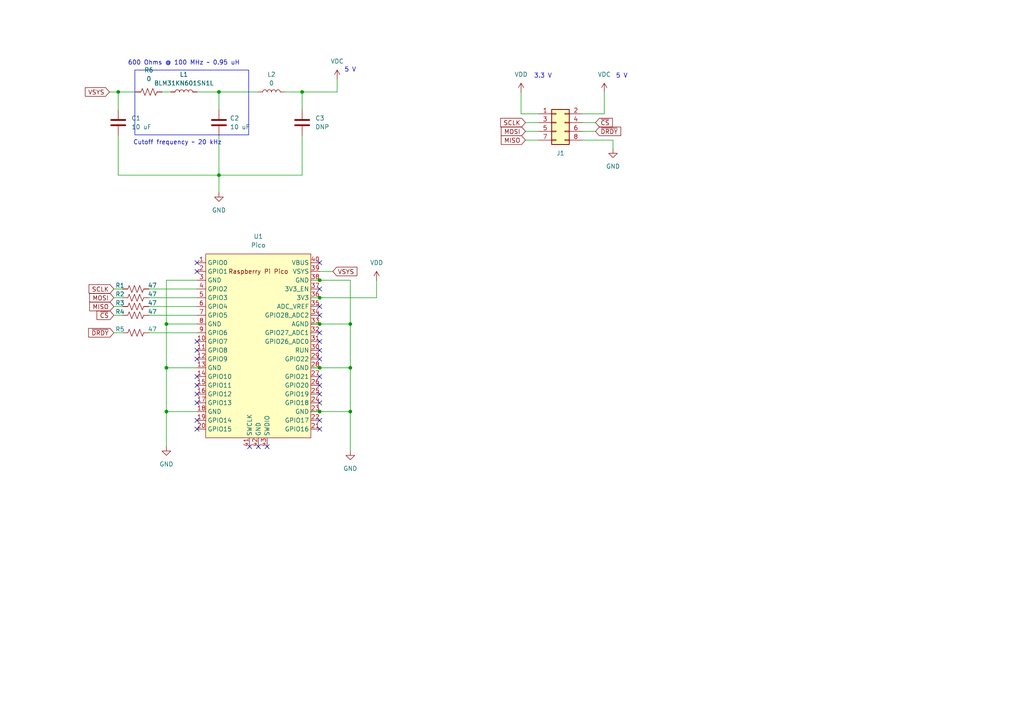
<source format=kicad_sch>
(kicad_sch (version 20231120) (generator "eeschema") (generator_version "8.0")
  (paper "A4")
  (lib_symbols
    (symbol "Connector_Generic:Conn_02x04_Odd_Even" (pin_names (offset 1.016) hide)
      (property "Reference" "J" (at 1.27 5.08 0))
      (property "Value" "Conn_02x04_Odd_Even" (at 1.27 -7.62 0))
      (symbol "Conn_02x04_Odd_Even_1_1"
        (rectangle (start -1.27 -4.953) (end 0 -5.207) (stroke (width 0.1524)))
        (rectangle (start -1.27 -2.413) (end 0 -2.667) (stroke (width 0.1524)))
        (rectangle (start -1.27 0.127) (end 0 -0.127) (stroke (width 0.1524)))
        (rectangle (start -1.27 2.667) (end 0 2.413) (stroke (width 0.1524)))
        (rectangle (start -1.27 3.81) (end 3.81 -6.35) (stroke (width 0.254)) (fill (type background)))
        (rectangle (start 3.81 -4.953) (end 2.54 -5.207) (stroke (width 0.1524)))
        (rectangle (start 3.81 -2.413) (end 2.54 -2.667) (stroke (width 0.1524)))
        (rectangle (start 3.81 0.127) (end 2.54 -0.127) (stroke (width 0.1524)))
        (rectangle (start 3.81 2.667) (end 2.54 2.413) (stroke (width 0.1524)))
        (pin passive line (at -5.08 2.54 0) (length 3.81) (name "Pin_1") (number "1"))
        (pin passive line (at 7.62 2.54 180) (length 3.81) (name "Pin_2") (number "2"))
        (pin passive line (at -5.08 0 0) (length 3.81) (name "Pin_3") (number "3"))
        (pin passive line (at 7.62 0 180) (length 3.81) (name "Pin_4") (number "4"))
        (pin passive line (at -5.08 -2.54 0) (length 3.81) (name "Pin_5") (number "5"))
        (pin passive line (at 7.62 -2.54 180) (length 3.81) (name "Pin_6") (number "6"))
        (pin passive line (at -5.08 -5.08 0) (length 3.81) (name "Pin_7") (number "7"))
        (pin passive line (at 7.62 -5.08 180) (length 3.81) (name "Pin_8") (number "8"))
      )
    )
    (symbol "Device:C" (pin_numbers hide) (pin_names (offset 0.254))
      (property "Reference" "C" (at 0.635 2.54 0))
      (property "Value" "C" (at 0.635 -2.54 0))
      (symbol "C_0_1"
        (polyline (pts (xy -2.032 -0.762) (xy 2.032 -0.762)) (stroke (width 0.508)))
        (polyline (pts (xy -2.032 0.762) (xy 2.032 0.762)) (stroke (width 0.508)))
      )
      (symbol "C_1_1"
        (pin passive line (at 0 3.81 270) (length 2.794) (name "~") (number "1"))
        (pin passive line (at 0 -3.81 90) (length 2.794) (name "~") (number "2"))
      )
    )
    (symbol "Device:L" (pin_numbers hide) (pin_names (offset 1.016) hide)
      (property "Reference" "L" (at -1.27 0 90))
      (property "Value" "L" (at 1.905 0 90))
      (symbol "L_0_1"
        (arc (start 0 -2.54) (mid 0.6323 -1.905) (end 0 -1.27))
        (arc (start 0 -1.27) (mid 0.6323 -0.635) (end 0 0))
        (arc (start 0 0) (mid 0.6323 0.635) (end 0 1.27))
        (arc (start 0 1.27) (mid 0.6323 1.905) (end 0 2.54))
      )
      (symbol "L_1_1"
        (pin passive line (at 0 3.81 270) (length 1.27) (name "1") (number "1"))
        (pin passive line (at 0 -3.81 90) (length 1.27) (name "2") (number "2"))
      )
    )
    (symbol "Device:R_US" (pin_numbers hide) (pin_names (offset 0))
      (property "Reference" "R" (at 2.54 0 90))
      (property "Value" "R_US" (at -2.54 0 90))
      (symbol "R_US_0_1"
        (polyline (pts (xy 0 -2.286) (xy 0 -2.54)))
        (polyline (pts (xy 0 2.286) (xy 0 2.54)))
        (polyline (pts (xy 0 -0.762) (xy 1.016 -1.143) (xy 0 -1.524) (xy -1.016 -1.905) (xy 0 -2.286)))
        (polyline (pts (xy 0 0.762) (xy 1.016 0.381) (xy 0 0) (xy -1.016 -0.381) (xy 0 -0.762)))
        (polyline (pts (xy 0 2.286) (xy 1.016 1.905) (xy 0 1.524) (xy -1.016 1.143) (xy 0 0.762)))
      )
      (symbol "R_US_1_1"
        (pin passive line (at 0 3.81 270) (length 1.27) (name "~") (number "1"))
        (pin passive line (at 0 -3.81 90) (length 1.27) (name "~") (number "2"))
      )
    )
    (symbol "flux_gate_symbols:Pico"
      (property "Reference" "U" (at -13.97 27.94 0))
      (property "Value" "Pico" (at 0 19.05 0))
      (symbol "Pico_0_0"
        (text "Raspberry Pi Pico" (at 0 21.59 0) (effects (font (size 1.27 1.27))))
      )
      (symbol "Pico_0_1"
        (rectangle (start -15.24 26.67) (end 15.24 -26.67) (fill (type background)))
      )
      (symbol "Pico_1_1"
        (pin bidirectional line (at -17.78 24.13 0) (length 2.54) (name "GPIO0") (number "1"))
        (pin bidirectional line (at -17.78 1.27 0) (length 2.54) (name "GPIO7") (number "10"))
        (pin bidirectional line (at -17.78 -1.27 0) (length 2.54) (name "GPIO8") (number "11"))
        (pin bidirectional line (at -17.78 -3.81 0) (length 2.54) (name "GPIO9") (number "12"))
        (pin power_in line (at -17.78 -6.35 0) (length 2.54) (name "GND") (number "13"))
        (pin bidirectional line (at -17.78 -8.89 0) (length 2.54) (name "GPIO10") (number "14"))
        (pin bidirectional line (at -17.78 -11.43 0) (length 2.54) (name "GPIO11") (number "15"))
        (pin bidirectional line (at -17.78 -13.97 0) (length 2.54) (name "GPIO12") (number "16"))
        (pin bidirectional line (at -17.78 -16.51 0) (length 2.54) (name "GPIO13") (number "17"))
        (pin power_in line (at -17.78 -19.05 0) (length 2.54) (name "GND") (number "18"))
        (pin bidirectional line (at -17.78 -21.59 0) (length 2.54) (name "GPIO14") (number "19"))
        (pin bidirectional line (at -17.78 21.59 0) (length 2.54) (name "GPIO1") (number "2"))
        (pin bidirectional line (at -17.78 -24.13 0) (length 2.54) (name "GPIO15") (number "20"))
        (pin bidirectional line (at 17.78 -24.13 180) (length 2.54) (name "GPIO16") (number "21"))
        (pin bidirectional line (at 17.78 -21.59 180) (length 2.54) (name "GPIO17") (number "22"))
        (pin power_in line (at 17.78 -19.05 180) (length 2.54) (name "GND") (number "23"))
        (pin bidirectional line (at 17.78 -16.51 180) (length 2.54) (name "GPIO18") (number "24"))
        (pin bidirectional line (at 17.78 -13.97 180) (length 2.54) (name "GPIO19") (number "25"))
        (pin bidirectional line (at 17.78 -11.43 180) (length 2.54) (name "GPIO20") (number "26"))
        (pin bidirectional line (at 17.78 -8.89 180) (length 2.54) (name "GPIO21") (number "27"))
        (pin power_in line (at 17.78 -6.35 180) (length 2.54) (name "GND") (number "28"))
        (pin bidirectional line (at 17.78 -3.81 180) (length 2.54) (name "GPIO22") (number "29"))
        (pin power_in line (at -17.78 19.05 0) (length 2.54) (name "GND") (number "3"))
        (pin input line (at 17.78 -1.27 180) (length 2.54) (name "RUN") (number "30"))
        (pin bidirectional line (at 17.78 1.27 180) (length 2.54) (name "GPIO26_ADC0") (number "31"))
        (pin bidirectional line (at 17.78 3.81 180) (length 2.54) (name "GPIO27_ADC1") (number "32"))
        (pin power_in line (at 17.78 6.35 180) (length 2.54) (name "AGND") (number "33"))
        (pin bidirectional line (at 17.78 8.89 180) (length 2.54) (name "GPIO28_ADC2") (number "34"))
        (pin power_in line (at 17.78 11.43 180) (length 2.54) (name "ADC_VREF") (number "35"))
        (pin power_in line (at 17.78 13.97 180) (length 2.54) (name "3V3") (number "36"))
        (pin input line (at 17.78 16.51 180) (length 2.54) (name "3V3_EN") (number "37"))
        (pin bidirectional line (at 17.78 19.05 180) (length 2.54) (name "GND") (number "38"))
        (pin power_in line (at 17.78 21.59 180) (length 2.54) (name "VSYS") (number "39"))
        (pin bidirectional line (at -17.78 16.51 0) (length 2.54) (name "GPIO2") (number "4"))
        (pin power_in line (at 17.78 24.13 180) (length 2.54) (name "VBUS") (number "40"))
        (pin input line (at -2.54 -29.21 90) (length 2.54) (name "SWCLK") (number "41"))
        (pin power_in line (at 0 -29.21 90) (length 2.54) (name "GND") (number "42"))
        (pin bidirectional line (at 2.54 -29.21 90) (length 2.54) (name "SWDIO") (number "43"))
        (pin bidirectional line (at -17.78 13.97 0) (length 2.54) (name "GPIO3") (number "5"))
        (pin bidirectional line (at -17.78 11.43 0) (length 2.54) (name "GPIO4") (number "6"))
        (pin bidirectional line (at -17.78 8.89 0) (length 2.54) (name "GPIO5") (number "7"))
        (pin power_in line (at -17.78 6.35 0) (length 2.54) (name "GND") (number "8"))
        (pin bidirectional line (at -17.78 3.81 0) (length 2.54) (name "GPIO6") (number "9"))
      )
    )
    (symbol "power:GND" (power) (pin_names (offset 0))
      (property "Value" "GND" (at 0 -3.81 0))
      (symbol "GND_0_1"
        (polyline (pts (xy 0 0) (xy 0 -1.27) (xy 1.27 -1.27) (xy 0 -2.54) (xy -1.27 -1.27) (xy 0 -1.27)))
      )
      (symbol "GND_1_1"
        (pin power_in line (at 0 0 270) (length 0) hide (name "GND") (number "1"))
      )
    )
    (symbol "power:VDC" (power) (pin_numbers hide) (pin_names (offset 0) hide)
      (property "Value" "VDC" (at 0 3.556 0))
      (symbol "VDC_0_1"
        (polyline (pts (xy -0.762 1.27) (xy 0 2.54)))
        (polyline (pts (xy 0 0) (xy 0 2.54)))
        (polyline (pts (xy 0 2.54) (xy 0.762 1.27)))
      )
      (symbol "VDC_1_1"
        (pin power_in line (at 0 0 90) (length 0) (name "~") (number "1"))
      )
    )
    (symbol "power:VDD" (power) (pin_numbers hide) (pin_names (offset 0) hide)
      (property "Value" "VDD" (at 0 3.556 0))
      (symbol "VDD_0_1"
        (polyline (pts (xy -0.762 1.27) (xy 0 2.54)))
        (polyline (pts (xy 0 0) (xy 0 2.54)))
        (polyline (pts (xy 0 2.54) (xy 0.762 1.27)))
      )
      (symbol "VDD_1_1"
        (pin power_in line (at 0 0 90) (length 0) (name "~") (number "1"))
      )
    )
  )
  (junction (at 34.29 26.67))
  (junction (at 48.26 93.98))
  (junction (at 92.71 119.38))
  (junction (at 101.6 93.98))
  (junction (at 48.26 119.38))
  (junction (at 92.71 81.28))
  (junction (at 101.6 106.68))
  (junction (at 48.26 106.68))
  (junction (at 92.71 93.98))
  (junction (at 63.5 50.8))
  (junction (at 92.71 86.36))
  (junction (at 87.63 26.67))
  (junction (at 92.71 106.68))
  (junction (at 101.6 119.38))
  (junction (at 63.5 26.67))
  (no_connect (at 92.71 83.82))
  (no_connect (at 57.15 124.46))
  (no_connect (at 92.71 111.76))
  (no_connect (at 92.71 99.06))
  (no_connect (at 57.15 76.2))
  (no_connect (at 92.71 121.92))
  (no_connect (at 92.71 104.14))
  (no_connect (at 92.71 114.3))
  (no_connect (at 92.71 91.44))
  (no_connect (at 57.15 99.06))
  (no_connect (at 57.15 109.22))
  (no_connect (at 92.71 96.52))
  (no_connect (at 92.71 116.84))
  (no_connect (at 57.15 78.74))
  (no_connect (at 57.15 116.84))
  (no_connect (at 57.15 114.3))
  (no_connect (at 92.71 124.46))
  (no_connect (at 92.71 76.2))
  (no_connect (at 74.93 129.54))
  (no_connect (at 92.71 101.6))
  (no_connect (at 57.15 101.6))
  (no_connect (at 57.15 121.92))
  (no_connect (at 92.71 88.9))
  (no_connect (at 92.71 109.22))
  (no_connect (at 57.15 104.14))
  (no_connect (at 57.15 111.76))
  (no_connect (at 72.39 129.54))
  (no_connect (at 77.47 129.54))
  (wire (pts (xy 48.26 119.38) (xy 48.26 129.54)))
  (wire (pts (xy 82.55 26.67) (xy 87.63 26.67)))
  (wire (pts (xy 43.18 91.44) (xy 57.15 91.44)))
  (wire (pts (xy 34.29 39.37) (xy 34.29 50.8)))
  (wire (pts (xy 109.22 86.36) (xy 109.22 81.28)))
  (wire (pts (xy 48.26 93.98) (xy 48.26 106.68)))
  (wire (pts (xy 63.5 50.8) (xy 63.5 55.88)))
  (wire (pts (xy 57.15 93.98) (xy 48.26 93.98)))
  (wire (pts (xy 33.02 86.36) (xy 35.56 86.36)))
  (wire (pts (xy 90.17 119.38) (xy 92.71 119.38)))
  (wire (pts (xy 48.26 81.28) (xy 48.26 93.98)))
  (wire (pts (xy 90.17 86.36) (xy 92.71 86.36)))
  (wire (pts (xy 101.6 93.98) (xy 101.6 106.68)))
  (wire (pts (xy 96.52 78.74) (xy 92.71 78.74)))
  (wire (pts (xy 34.29 31.75) (xy 34.29 26.67)))
  (wire (pts (xy 63.5 39.37) (xy 63.5 50.8)))
  (wire (pts (xy 33.02 83.82) (xy 35.56 83.82)))
  (wire (pts (xy 90.17 106.68) (xy 92.71 106.68)))
  (wire (pts (xy 152.4 35.56) (xy 156.21 35.56)))
  (wire (pts (xy 168.91 38.1) (xy 172.72 38.1)))
  (wire (pts (xy 177.8 43.18) (xy 177.8 40.64)))
  (wire (pts (xy 43.18 83.82) (xy 57.15 83.82)))
  (wire (pts (xy 97.79 22.86) (xy 97.79 26.67)))
  (wire (pts (xy 90.17 81.28) (xy 92.71 81.28)))
  (wire (pts (xy 63.5 26.67) (xy 74.93 26.67)))
  (wire (pts (xy 31.75 26.67) (xy 34.29 26.67)))
  (wire (pts (xy 43.18 86.36) (xy 57.15 86.36)))
  (wire (pts (xy 168.91 40.64) (xy 177.8 40.64)))
  (wire (pts (xy 101.6 106.68) (xy 101.6 119.38)))
  (wire (pts (xy 175.26 26.67) (xy 175.26 33.02)))
  (wire (pts (xy 33.02 91.44) (xy 35.56 91.44)))
  (wire (pts (xy 87.63 26.67) (xy 97.79 26.67)))
  (wire (pts (xy 33.02 88.9) (xy 35.56 88.9)))
  (wire (pts (xy 101.6 119.38) (xy 101.6 130.81)))
  (wire (pts (xy 57.15 26.67) (xy 63.5 26.67)))
  (wire (pts (xy 43.18 88.9) (xy 57.15 88.9)))
  (wire (pts (xy 92.71 106.68) (xy 101.6 106.68)))
  (wire (pts (xy 63.5 26.67) (xy 63.5 31.75)))
  (wire (pts (xy 48.26 106.68) (xy 48.26 119.38)))
  (wire (pts (xy 57.15 119.38) (xy 48.26 119.38)))
  (wire (pts (xy 87.63 39.37) (xy 87.63 50.8)))
  (wire (pts (xy 92.71 119.38) (xy 101.6 119.38)))
  (wire (pts (xy 46.99 26.67) (xy 49.53 26.67)))
  (wire (pts (xy 168.91 35.56) (xy 172.72 35.56)))
  (wire (pts (xy 101.6 81.28) (xy 101.6 93.98)))
  (wire (pts (xy 33.02 96.52) (xy 35.56 96.52)))
  (wire (pts (xy 48.26 81.28) (xy 57.15 81.28)))
  (wire (pts (xy 34.29 26.67) (xy 39.37 26.67)))
  (wire (pts (xy 34.29 50.8) (xy 63.5 50.8)))
  (wire (pts (xy 57.15 106.68) (xy 48.26 106.68)))
  (wire (pts (xy 151.13 33.02) (xy 156.21 33.02)))
  (wire (pts (xy 63.5 50.8) (xy 87.63 50.8)))
  (wire (pts (xy 152.4 38.1) (xy 156.21 38.1)))
  (wire (pts (xy 92.71 93.98) (xy 101.6 93.98)))
  (wire (pts (xy 87.63 26.67) (xy 87.63 31.75)))
  (wire (pts (xy 168.91 33.02) (xy 175.26 33.02)))
  (wire (pts (xy 151.13 26.67) (xy 151.13 33.02)))
  (wire (pts (xy 90.17 93.98) (xy 92.71 93.98)))
  (wire (pts (xy 152.4 40.64) (xy 156.21 40.64)))
  (wire (pts (xy 43.18 96.52) (xy 57.15 96.52)))
  (wire (pts (xy 92.71 86.36) (xy 109.22 86.36)))
  (wire (pts (xy 92.71 81.28) (xy 101.6 81.28)))
  (rectangle (start 39.116 20.32) (end 72.136 39.116))
  (text "600 Ohms @ 100 MHz ~ 0.95 uH" (at 37.084 19.05 0) (effects (font (size 1.27 1.27)) (justify left bottom)))
  (text "Cutoff frequency ~ 20 kHz" (at 38.608 42.164 0) (effects (font (size 1.27 1.27)) (justify left bottom)))
  (text "5 V" (at 101.6 20.32 0) (effects (font (size 1.27 1.27))))
  (text "3.3 V" (at 157.48 22.098 0) (effects (font (size 1.27 1.27))))
  (text "5 V" (at 180.34 22.098 0) (effects (font (size 1.27 1.27))))
  (global_label "MISO" (shape input) (at 152.4 40.64 180) (property "Intersheetrefs" "${INTERSHEET_REFS}" (effects (hide yes))))
  (global_label "MISO" (shape input) (at 33.02 88.9 180) (property "Intersheetrefs" "${INTERSHEET_REFS}" (effects (hide yes))))
  (global_label "MOSI" (shape input) (at 33.02 86.36 180) (property "Intersheetrefs" "${INTERSHEET_REFS}" (effects (hide yes))))
  (global_label "MOSI" (shape input) (at 152.4 38.1 180) (property "Intersheetrefs" "${INTERSHEET_REFS}" (effects (hide yes))))
  (global_label "~{DRDY}" (shape input) (at 172.72 38.1 0) (property "Intersheetrefs" "${INTERSHEET_REFS}" (effects (hide yes))))
  (global_label "VSYS" (shape input) (at 31.75 26.67 180) (property "Intersheetrefs" "${INTERSHEET_REFS}" (effects (hide yes))))
  (global_label "VSYS" (shape input) (at 96.52 78.74 0) (property "Intersheetrefs" "${INTERSHEET_REFS}" (effects (hide yes))))
  (global_label "SCLK" (shape input) (at 33.02 83.82 180) (property "Intersheetrefs" "${INTERSHEET_REFS}" (effects (hide yes))))
  (global_label "SCLK" (shape input) (at 152.4 35.56 180) (property "Intersheetrefs" "${INTERSHEET_REFS}" (effects (hide yes))))
  (global_label "~{DRDY}" (shape input) (at 33.02 96.52 180) (property "Intersheetrefs" "${INTERSHEET_REFS}" (effects (hide yes))))
  (global_label "~{CS}" (shape input) (at 172.72 35.56 0) (property "Intersheetrefs" "${INTERSHEET_REFS}" (effects (hide yes))))
  (global_label "~{CS}" (shape input) (at 33.02 91.44 180) (property "Intersheetrefs" "${INTERSHEET_REFS}" (effects (hide yes))))
  (symbol (lib_id "power:GND") (at 48.26 129.54 0) (unit 1)
    (property "Reference" "#PWR01" (effects (hide yes)))
    (property "Value" "GND" (at 48.26 134.62 0))
  )
  (symbol (lib_id "Device:R_US") (at 39.37 83.82 90) (unit 1)
    (property "Reference" "R1" (at 34.798 82.804 90))
    (property "Value" "47" (at 44.196 82.804 90))
    (property "Footprint" "Resistor_SMD:R_0402_1005Metric" (effects (hide yes)))
    (property "Description" "Resistor, US symbol" (effects (hide yes)))
    (property "Digikey" "311-47.0LRCT-ND" (effects (hide yes)))
  )
  (symbol (lib_id "Connector_Generic:Conn_02x04_Odd_Even") (at 161.29 35.56 0) (unit 1)
    (property "Reference" "J1" (at 162.56 44.45 0))
    (property "Value" "Conn_02x04_Odd_Even" (effects (hide yes)))
    (property "Footprint" "flux_gate_footprints:AMPHENOL_98464-G61-08LF" (effects (hide yes)))
    (property "Digikey" "609-6027-ND" (effects (hide yes)))
  )
  (symbol (lib_id "power:GND") (at 177.8 43.18 0) (unit 1)
    (property "Reference" "#PWR08" (effects (hide yes)))
    (property "Value" "GND" (at 177.8 48.26 0))
  )
  (symbol (lib_id "Device:C") (at 63.5 35.56 0) (unit 1)
    (property "Reference" "C2" (at 66.675 34.29 0) (effects (justify left)))
    (property "Value" "10 uF" (at 66.675 36.83 0) (effects (justify left)))
    (property "Footprint" "Capacitor_SMD:C_0603_1608Metric" (effects (hide yes)))
    (property "Digikey" "490-12323-1-ND" (effects (hide yes)))
    (property "DigikeyLink" "https://www.digikey.com/en/products/detail/murata-electronics/GRT188R61E106ME13D/5416745" (effects (hide yes)))
  )
  (symbol (lib_id "Device:L") (at 53.34 26.67 90) (unit 1)
    (property "Reference" "L1" (at 53.34 21.59 90))
    (property "Value" "BLM31KN601SN1L" (at 53.34 24.13 90))
    (property "Footprint" "Inductor_SMD:L_1206_3216Metric" (effects (hide yes)))
    (property "Digikey" "490-16533-1-ND" (effects (hide yes)))
  )
  (symbol (lib_id "Device:L") (at 78.74 26.67 90) (unit 1)
    (property "Reference" "L2" (at 78.74 21.59 90))
    (property "Value" "0" (at 78.74 24.13 90))
    (property "Footprint" "Inductor_SMD:L_1206_3216Metric" (effects (hide yes)))
    (property "Digikey" "311-0.0ERCT-ND" (effects (hide yes)))
  )
  (symbol (lib_id "power:VDC") (at 97.79 22.86 0) (unit 1)
    (property "Reference" "#PWR03" (effects (hide yes)))
    (property "Value" "VDC" (at 97.79 17.78 0))
    (property "Description" "Power symbol creates a global label with name \"VDC\"" (effects (hide yes)))
  )
  (symbol (lib_id "Device:R_US") (at 39.37 96.52 90) (unit 1)
    (property "Reference" "R5" (at 34.798 95.504 90))
    (property "Value" "47" (at 44.196 95.504 90))
    (property "Footprint" "Resistor_SMD:R_0402_1005Metric" (effects (hide yes)))
    (property "Description" "Resistor, US symbol" (effects (hide yes)))
    (property "Digikey" "311-47.0LRCT-ND" (effects (hide yes)))
  )
  (symbol (lib_id "power:VDD") (at 109.22 81.28 0) (unit 1)
    (property "Reference" "#PWR05" (effects (hide yes)))
    (property "Value" "VDD" (at 109.22 76.2 0))
    (property "Description" "Power symbol creates a global label with name \"VDD\"" (effects (hide yes)))
  )
  (symbol (lib_id "Device:C") (at 34.29 35.56 0) (unit 1)
    (property "Reference" "C1" (at 38.1 34.29 0) (effects (justify left)))
    (property "Value" "10 uF" (at 38.1 36.83 0) (effects (justify left)))
    (property "Footprint" "Capacitor_SMD:C_0603_1608Metric" (effects (hide yes)))
    (property "Digikey" "490-12323-1-ND" (effects (hide yes)))
    (property "DigikeyLink" "https://www.digikey.com/en/products/detail/murata-electronics/GRT188R61E106ME13D/5416745" (effects (hide yes)))
  )
  (symbol (lib_id "power:VDD") (at 151.13 26.67 0) (unit 1)
    (property "Reference" "#PWR07" (effects (hide yes)))
    (property "Value" "VDD" (at 151.13 21.59 0))
    (property "Description" "Power symbol creates a global label with name \"VDD\"" (effects (hide yes)))
  )
  (symbol (lib_id "power:GND") (at 101.6 130.81 0) (unit 1)
    (property "Reference" "#PWR04" (effects (hide yes)))
    (property "Value" "GND" (at 101.6 135.89 0))
  )
  (symbol (lib_id "Device:R_US") (at 39.37 88.9 90) (unit 1)
    (property "Reference" "R3" (at 34.798 87.884 90))
    (property "Value" "47" (at 44.196 87.884 90))
    (property "Footprint" "Resistor_SMD:R_0402_1005Metric" (effects (hide yes)))
    (property "Description" "Resistor, US symbol" (effects (hide yes)))
    (property "Digikey" "311-47.0LRCT-ND" (effects (hide yes)))
  )
  (symbol (lib_id "flux_gate_symbols:Pico") (at 74.93 100.33 0) (unit 1)
    (property "Reference" "U1" (at 74.93 68.58 0))
    (property "Value" "Pico" (at 74.93 71.12 0))
    (property "Footprint" "flux_gate_footprints:RPi_Pico_Connector" (effects (hide yes)))
  )
  (symbol (lib_id "Device:C") (at 87.63 35.56 0) (unit 1)
    (property "Reference" "C3" (at 91.44 34.29 0) (effects (justify left)))
    (property "Value" "DNP" (at 91.44 36.83 0) (effects (justify left)))
    (property "Footprint" "Capacitor_SMD:C_0603_1608Metric" (effects (hide yes)))
  )
  (symbol (lib_id "power:VDC") (at 175.26 26.67 0) (unit 1)
    (property "Reference" "#PWR06" (effects (hide yes)))
    (property "Value" "VDC" (at 175.26 21.59 0))
    (property "Description" "Power symbol creates a global label with name \"VDC\"" (effects (hide yes)))
  )
  (symbol (lib_id "power:GND") (at 63.5 55.88 0) (unit 1)
    (property "Reference" "#PWR02" (effects (hide yes)))
    (property "Value" "GND" (at 63.5 60.96 0))
  )
  (symbol (lib_id "Device:R_US") (at 39.37 91.44 90) (unit 1)
    (property "Reference" "R4" (at 34.798 90.424 90))
    (property "Value" "47" (at 44.196 90.424 90))
    (property "Footprint" "Resistor_SMD:R_0402_1005Metric" (effects (hide yes)))
    (property "Description" "Resistor, US symbol" (effects (hide yes)))
    (property "Digikey" "311-47.0LRCT-ND" (effects (hide yes)))
  )
  (symbol (lib_id "Device:R_US") (at 43.18 26.67 90) (unit 1)
    (property "Reference" "R6" (at 43.18 20.32 90))
    (property "Value" "0" (at 43.18 22.86 90))
    (property "Footprint" "Resistor_SMD:R_0805_2012Metric" (effects (hide yes)))
    (property "Digikey" "311-0.0ERCT-ND" (effects (hide yes)))
  )
  (symbol (lib_id "Device:R_US") (at 39.37 86.36 90) (unit 1)
    (property "Reference" "R2" (at 34.798 85.344 90))
    (property "Value" "47" (at 44.196 85.344 90))
    (property "Footprint" "Resistor_SMD:R_0402_1005Metric" (effects (hide yes)))
    (property "Description" "Resistor, US symbol" (effects (hide yes)))
    (property "Digikey" "311-47.0LRCT-ND" (effects (hide yes)))
  )
)
</source>
